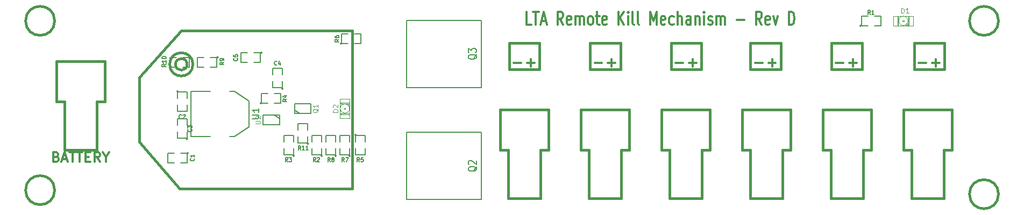
<source format=gto>
G04 (created by PCBNEW (2013-06-11 BZR 4021)-stable) date Tue 16 Jul 2013 06:26:29 PM CDT*
%MOIN*%
G04 Gerber Fmt 3.4, Leading zero omitted, Abs format*
%FSLAX34Y34*%
G01*
G70*
G90*
G04 APERTURE LIST*
%ADD10C,0.00590551*%
%ADD11C,0.012*%
%ADD12C,0.015*%
%ADD13C,0.005*%
%ADD14C,0.008*%
%ADD15C,0.0026*%
%ADD16C,0.004*%
%ADD17C,0.00787402*%
%ADD18C,0.003*%
%ADD19C,0.0035*%
G04 APERTURE END LIST*
G54D10*
G54D11*
X43439Y-27243D02*
X43154Y-27243D01*
X43154Y-26443D01*
X43554Y-26443D02*
X43897Y-26443D01*
X43725Y-27243D02*
X43725Y-26443D01*
X44068Y-27015D02*
X44354Y-27015D01*
X44011Y-27243D02*
X44211Y-26443D01*
X44411Y-27243D01*
X45411Y-27243D02*
X45211Y-26862D01*
X45068Y-27243D02*
X45068Y-26443D01*
X45297Y-26443D01*
X45354Y-26481D01*
X45382Y-26520D01*
X45411Y-26596D01*
X45411Y-26710D01*
X45382Y-26786D01*
X45354Y-26824D01*
X45297Y-26862D01*
X45068Y-26862D01*
X45897Y-27205D02*
X45840Y-27243D01*
X45725Y-27243D01*
X45668Y-27205D01*
X45640Y-27129D01*
X45640Y-26824D01*
X45668Y-26748D01*
X45725Y-26710D01*
X45840Y-26710D01*
X45897Y-26748D01*
X45925Y-26824D01*
X45925Y-26900D01*
X45640Y-26977D01*
X46182Y-27243D02*
X46182Y-26710D01*
X46182Y-26786D02*
X46211Y-26748D01*
X46268Y-26710D01*
X46354Y-26710D01*
X46411Y-26748D01*
X46440Y-26824D01*
X46440Y-27243D01*
X46440Y-26824D02*
X46468Y-26748D01*
X46525Y-26710D01*
X46611Y-26710D01*
X46668Y-26748D01*
X46697Y-26824D01*
X46697Y-27243D01*
X47068Y-27243D02*
X47011Y-27205D01*
X46982Y-27167D01*
X46954Y-27091D01*
X46954Y-26862D01*
X46982Y-26786D01*
X47011Y-26748D01*
X47068Y-26710D01*
X47154Y-26710D01*
X47211Y-26748D01*
X47240Y-26786D01*
X47268Y-26862D01*
X47268Y-27091D01*
X47240Y-27167D01*
X47211Y-27205D01*
X47154Y-27243D01*
X47068Y-27243D01*
X47440Y-26710D02*
X47668Y-26710D01*
X47525Y-26443D02*
X47525Y-27129D01*
X47554Y-27205D01*
X47611Y-27243D01*
X47668Y-27243D01*
X48097Y-27205D02*
X48040Y-27243D01*
X47925Y-27243D01*
X47868Y-27205D01*
X47840Y-27129D01*
X47840Y-26824D01*
X47868Y-26748D01*
X47925Y-26710D01*
X48040Y-26710D01*
X48097Y-26748D01*
X48125Y-26824D01*
X48125Y-26900D01*
X47840Y-26977D01*
X48840Y-27243D02*
X48840Y-26443D01*
X49182Y-27243D02*
X48925Y-26786D01*
X49182Y-26443D02*
X48840Y-26900D01*
X49440Y-27243D02*
X49440Y-26710D01*
X49440Y-26443D02*
X49411Y-26481D01*
X49440Y-26520D01*
X49468Y-26481D01*
X49440Y-26443D01*
X49440Y-26520D01*
X49811Y-27243D02*
X49754Y-27205D01*
X49725Y-27129D01*
X49725Y-26443D01*
X50125Y-27243D02*
X50068Y-27205D01*
X50040Y-27129D01*
X50040Y-26443D01*
X50811Y-27243D02*
X50811Y-26443D01*
X51011Y-27015D01*
X51211Y-26443D01*
X51211Y-27243D01*
X51725Y-27205D02*
X51668Y-27243D01*
X51554Y-27243D01*
X51497Y-27205D01*
X51468Y-27129D01*
X51468Y-26824D01*
X51497Y-26748D01*
X51554Y-26710D01*
X51668Y-26710D01*
X51725Y-26748D01*
X51754Y-26824D01*
X51754Y-26900D01*
X51468Y-26977D01*
X52268Y-27205D02*
X52211Y-27243D01*
X52097Y-27243D01*
X52040Y-27205D01*
X52011Y-27167D01*
X51982Y-27091D01*
X51982Y-26862D01*
X52011Y-26786D01*
X52040Y-26748D01*
X52097Y-26710D01*
X52211Y-26710D01*
X52268Y-26748D01*
X52525Y-27243D02*
X52525Y-26443D01*
X52782Y-27243D02*
X52782Y-26824D01*
X52754Y-26748D01*
X52697Y-26710D01*
X52611Y-26710D01*
X52554Y-26748D01*
X52525Y-26786D01*
X53325Y-27243D02*
X53325Y-26824D01*
X53297Y-26748D01*
X53240Y-26710D01*
X53125Y-26710D01*
X53068Y-26748D01*
X53325Y-27205D02*
X53268Y-27243D01*
X53125Y-27243D01*
X53068Y-27205D01*
X53040Y-27129D01*
X53040Y-27053D01*
X53068Y-26977D01*
X53125Y-26939D01*
X53268Y-26939D01*
X53325Y-26900D01*
X53611Y-26710D02*
X53611Y-27243D01*
X53611Y-26786D02*
X53640Y-26748D01*
X53697Y-26710D01*
X53782Y-26710D01*
X53840Y-26748D01*
X53868Y-26824D01*
X53868Y-27243D01*
X54154Y-27243D02*
X54154Y-26710D01*
X54154Y-26443D02*
X54125Y-26481D01*
X54154Y-26520D01*
X54182Y-26481D01*
X54154Y-26443D01*
X54154Y-26520D01*
X54411Y-27205D02*
X54468Y-27243D01*
X54582Y-27243D01*
X54640Y-27205D01*
X54668Y-27129D01*
X54668Y-27091D01*
X54640Y-27015D01*
X54582Y-26977D01*
X54497Y-26977D01*
X54440Y-26939D01*
X54411Y-26862D01*
X54411Y-26824D01*
X54440Y-26748D01*
X54497Y-26710D01*
X54582Y-26710D01*
X54640Y-26748D01*
X54925Y-27243D02*
X54925Y-26710D01*
X54925Y-26786D02*
X54954Y-26748D01*
X55011Y-26710D01*
X55097Y-26710D01*
X55154Y-26748D01*
X55182Y-26824D01*
X55182Y-27243D01*
X55182Y-26824D02*
X55211Y-26748D01*
X55268Y-26710D01*
X55354Y-26710D01*
X55411Y-26748D01*
X55440Y-26824D01*
X55440Y-27243D01*
X56182Y-26939D02*
X56640Y-26939D01*
X57725Y-27243D02*
X57525Y-26862D01*
X57382Y-27243D02*
X57382Y-26443D01*
X57611Y-26443D01*
X57668Y-26481D01*
X57697Y-26520D01*
X57725Y-26596D01*
X57725Y-26710D01*
X57697Y-26786D01*
X57668Y-26824D01*
X57611Y-26862D01*
X57382Y-26862D01*
X58211Y-27205D02*
X58154Y-27243D01*
X58040Y-27243D01*
X57982Y-27205D01*
X57954Y-27129D01*
X57954Y-26824D01*
X57982Y-26748D01*
X58040Y-26710D01*
X58154Y-26710D01*
X58211Y-26748D01*
X58240Y-26824D01*
X58240Y-26900D01*
X57954Y-26977D01*
X58440Y-26710D02*
X58582Y-27243D01*
X58725Y-26710D01*
X59411Y-27243D02*
X59411Y-26443D01*
X59554Y-26443D01*
X59640Y-26481D01*
X59697Y-26558D01*
X59725Y-26634D01*
X59754Y-26786D01*
X59754Y-26900D01*
X59725Y-27053D01*
X59697Y-27129D01*
X59640Y-27205D01*
X59554Y-27243D01*
X59411Y-27243D01*
G54D12*
X13900Y-37500D02*
G75*
G03X13900Y-37500I-900J0D01*
G74*
G01*
X13900Y-27000D02*
G75*
G03X13900Y-27000I-900J0D01*
G74*
G01*
X72400Y-27000D02*
G75*
G03X72400Y-27000I-900J0D01*
G74*
G01*
X72400Y-37750D02*
G75*
G03X72400Y-37750I-900J0D01*
G74*
G01*
G54D13*
X27523Y-32850D02*
X27823Y-33050D01*
X26823Y-32850D02*
X27848Y-32850D01*
X27848Y-32850D02*
X27848Y-33450D01*
X27848Y-33450D02*
X26823Y-33450D01*
X26823Y-33450D02*
X26823Y-32850D01*
G54D14*
X23540Y-31360D02*
X22340Y-31360D01*
X22340Y-31360D02*
X22340Y-34160D01*
X22340Y-34160D02*
X23540Y-34160D01*
X24740Y-31360D02*
X25040Y-31360D01*
X25040Y-31360D02*
X25940Y-31960D01*
X25940Y-31960D02*
X25940Y-33560D01*
X25940Y-33560D02*
X25040Y-34160D01*
X25040Y-34160D02*
X24740Y-34160D01*
G54D13*
X63900Y-27300D02*
G75*
G03X63900Y-27300I-50J0D01*
G74*
G01*
X64300Y-27300D02*
X63900Y-27300D01*
X63900Y-27300D02*
X63900Y-26700D01*
X63900Y-26700D02*
X64300Y-26700D01*
X64700Y-26700D02*
X65100Y-26700D01*
X65100Y-26700D02*
X65100Y-27300D01*
X65100Y-27300D02*
X64700Y-27300D01*
X22200Y-35200D02*
G75*
G03X22200Y-35200I-50J0D01*
G74*
G01*
X21700Y-35200D02*
X22100Y-35200D01*
X22100Y-35200D02*
X22100Y-35800D01*
X22100Y-35800D02*
X21700Y-35800D01*
X21300Y-35800D02*
X20900Y-35800D01*
X20900Y-35800D02*
X20900Y-35200D01*
X20900Y-35200D02*
X21300Y-35200D01*
X30507Y-35374D02*
G75*
G03X30507Y-35374I-50J0D01*
G74*
G01*
X30457Y-34924D02*
X30457Y-35324D01*
X30457Y-35324D02*
X29857Y-35324D01*
X29857Y-35324D02*
X29857Y-34924D01*
X29857Y-34524D02*
X29857Y-34124D01*
X29857Y-34124D02*
X30457Y-34124D01*
X30457Y-34124D02*
X30457Y-34524D01*
X31374Y-35374D02*
G75*
G03X31374Y-35374I-50J0D01*
G74*
G01*
X31324Y-34924D02*
X31324Y-35324D01*
X31324Y-35324D02*
X30724Y-35324D01*
X30724Y-35324D02*
X30724Y-34924D01*
X30724Y-34524D02*
X30724Y-34124D01*
X30724Y-34124D02*
X31324Y-34124D01*
X31324Y-34124D02*
X31324Y-34524D01*
X28775Y-35374D02*
G75*
G03X28775Y-35374I-50J0D01*
G74*
G01*
X28725Y-34924D02*
X28725Y-35324D01*
X28725Y-35324D02*
X28125Y-35324D01*
X28125Y-35324D02*
X28125Y-34924D01*
X28125Y-34524D02*
X28125Y-34124D01*
X28125Y-34124D02*
X28725Y-34124D01*
X28725Y-34124D02*
X28725Y-34524D01*
X24046Y-29267D02*
G75*
G03X24046Y-29267I-50J0D01*
G74*
G01*
X23546Y-29267D02*
X23946Y-29267D01*
X23946Y-29267D02*
X23946Y-29867D01*
X23946Y-29867D02*
X23546Y-29867D01*
X23146Y-29867D02*
X22746Y-29867D01*
X22746Y-29867D02*
X22746Y-29267D01*
X22746Y-29267D02*
X23146Y-29267D01*
X26723Y-32111D02*
G75*
G03X26723Y-32111I-50J0D01*
G74*
G01*
X27123Y-32111D02*
X26723Y-32111D01*
X26723Y-32111D02*
X26723Y-31511D01*
X26723Y-31511D02*
X27123Y-31511D01*
X27523Y-31511D02*
X27923Y-31511D01*
X27923Y-31511D02*
X27923Y-32111D01*
X27923Y-32111D02*
X27523Y-32111D01*
X22354Y-29267D02*
G75*
G03X22354Y-29267I-50J0D01*
G74*
G01*
X21854Y-29267D02*
X22254Y-29267D01*
X22254Y-29267D02*
X22254Y-29867D01*
X22254Y-29867D02*
X21854Y-29867D01*
X21454Y-29867D02*
X21054Y-29867D01*
X21054Y-29867D02*
X21054Y-29267D01*
X21054Y-29267D02*
X21454Y-29267D01*
X32585Y-34074D02*
G75*
G03X32585Y-34074I-50J0D01*
G74*
G01*
X32535Y-34524D02*
X32535Y-34124D01*
X32535Y-34124D02*
X33135Y-34124D01*
X33135Y-34124D02*
X33135Y-34524D01*
X33135Y-34924D02*
X33135Y-35324D01*
X33135Y-35324D02*
X32535Y-35324D01*
X32535Y-35324D02*
X32535Y-34924D01*
X28067Y-31201D02*
G75*
G03X28067Y-31201I-50J0D01*
G74*
G01*
X28017Y-30751D02*
X28017Y-31151D01*
X28017Y-31151D02*
X27417Y-31151D01*
X27417Y-31151D02*
X27417Y-30751D01*
X27417Y-30351D02*
X27417Y-29951D01*
X27417Y-29951D02*
X28017Y-29951D01*
X28017Y-29951D02*
X28017Y-30351D01*
X31683Y-28410D02*
G75*
G03X31683Y-28410I-50J0D01*
G74*
G01*
X32083Y-28410D02*
X31683Y-28410D01*
X31683Y-28410D02*
X31683Y-27810D01*
X31683Y-27810D02*
X32083Y-27810D01*
X32483Y-27810D02*
X32883Y-27810D01*
X32883Y-27810D02*
X32883Y-28410D01*
X32883Y-28410D02*
X32483Y-28410D01*
X32240Y-35374D02*
G75*
G03X32240Y-35374I-50J0D01*
G74*
G01*
X32190Y-34924D02*
X32190Y-35324D01*
X32190Y-35324D02*
X31590Y-35324D01*
X31590Y-35324D02*
X31590Y-34924D01*
X31590Y-34524D02*
X31590Y-34124D01*
X31590Y-34124D02*
X32190Y-34124D01*
X32190Y-34124D02*
X32190Y-34524D01*
X21560Y-31370D02*
G75*
G03X21560Y-31370I-50J0D01*
G74*
G01*
X21510Y-31820D02*
X21510Y-31420D01*
X21510Y-31420D02*
X22110Y-31420D01*
X22110Y-31420D02*
X22110Y-31820D01*
X22110Y-32220D02*
X22110Y-32620D01*
X22110Y-32620D02*
X21510Y-32620D01*
X21510Y-32620D02*
X21510Y-32220D01*
X22150Y-34330D02*
G75*
G03X22150Y-34330I-50J0D01*
G74*
G01*
X22100Y-33880D02*
X22100Y-34280D01*
X22100Y-34280D02*
X21500Y-34280D01*
X21500Y-34280D02*
X21500Y-33880D01*
X21500Y-33480D02*
X21500Y-33080D01*
X21500Y-33080D02*
X22100Y-33080D01*
X22100Y-33080D02*
X22100Y-33480D01*
G54D15*
X31929Y-32480D02*
X31929Y-32402D01*
X31929Y-32402D02*
X31851Y-32402D01*
X31851Y-32480D02*
X31851Y-32402D01*
X31929Y-32480D02*
X31851Y-32480D01*
X32165Y-32264D02*
X32165Y-32127D01*
X32165Y-32127D02*
X32067Y-32127D01*
X32067Y-32264D02*
X32067Y-32127D01*
X32165Y-32264D02*
X32067Y-32264D01*
X32165Y-32127D02*
X32165Y-32087D01*
X32165Y-32087D02*
X31694Y-32087D01*
X31694Y-32127D02*
X31694Y-32087D01*
X32165Y-32127D02*
X31694Y-32127D01*
X31674Y-32127D02*
X31674Y-32087D01*
X31674Y-32087D02*
X31615Y-32087D01*
X31615Y-32127D02*
X31615Y-32087D01*
X31674Y-32127D02*
X31615Y-32127D01*
X32165Y-32795D02*
X32165Y-32755D01*
X32165Y-32755D02*
X31694Y-32755D01*
X31694Y-32795D02*
X31694Y-32755D01*
X32165Y-32795D02*
X31694Y-32795D01*
X31674Y-32795D02*
X31674Y-32755D01*
X31674Y-32755D02*
X31615Y-32755D01*
X31615Y-32795D02*
X31615Y-32755D01*
X31674Y-32795D02*
X31615Y-32795D01*
X32165Y-32264D02*
X32165Y-32205D01*
X32165Y-32205D02*
X32067Y-32205D01*
X32067Y-32264D02*
X32067Y-32205D01*
X32165Y-32264D02*
X32067Y-32264D01*
G54D16*
X32185Y-31831D02*
X32185Y-33051D01*
X32185Y-33051D02*
X31595Y-33051D01*
X31595Y-33051D02*
X31595Y-31831D01*
X31595Y-31831D02*
X32185Y-31831D01*
X32086Y-32656D02*
G75*
G03X32085Y-32224I-196J215D01*
G74*
G01*
X31693Y-32656D02*
G75*
G03X32085Y-32657I196J215D01*
G74*
G01*
X31693Y-32225D02*
G75*
G03X31694Y-32657I196J-215D01*
G74*
G01*
X32086Y-32225D02*
G75*
G03X31694Y-32224I-196J-215D01*
G74*
G01*
G54D15*
X66461Y-27039D02*
X66539Y-27039D01*
X66539Y-27039D02*
X66539Y-26961D01*
X66461Y-26961D02*
X66539Y-26961D01*
X66461Y-27039D02*
X66461Y-26961D01*
X66677Y-27275D02*
X66814Y-27275D01*
X66814Y-27275D02*
X66814Y-27177D01*
X66677Y-27177D02*
X66814Y-27177D01*
X66677Y-27275D02*
X66677Y-27177D01*
X66814Y-27275D02*
X66854Y-27275D01*
X66854Y-27275D02*
X66854Y-26804D01*
X66814Y-26804D02*
X66854Y-26804D01*
X66814Y-27275D02*
X66814Y-26804D01*
X66814Y-26784D02*
X66854Y-26784D01*
X66854Y-26784D02*
X66854Y-26725D01*
X66814Y-26725D02*
X66854Y-26725D01*
X66814Y-26784D02*
X66814Y-26725D01*
X66146Y-27275D02*
X66186Y-27275D01*
X66186Y-27275D02*
X66186Y-26804D01*
X66146Y-26804D02*
X66186Y-26804D01*
X66146Y-27275D02*
X66146Y-26804D01*
X66146Y-26784D02*
X66186Y-26784D01*
X66186Y-26784D02*
X66186Y-26725D01*
X66146Y-26725D02*
X66186Y-26725D01*
X66146Y-26784D02*
X66146Y-26725D01*
X66677Y-27275D02*
X66736Y-27275D01*
X66736Y-27275D02*
X66736Y-27177D01*
X66677Y-27177D02*
X66736Y-27177D01*
X66677Y-27275D02*
X66677Y-27177D01*
G54D16*
X67110Y-27295D02*
X65890Y-27295D01*
X65890Y-27295D02*
X65890Y-26705D01*
X65890Y-26705D02*
X67110Y-26705D01*
X67110Y-26705D02*
X67110Y-27295D01*
X66284Y-27196D02*
G75*
G03X66716Y-27195I215J196D01*
G74*
G01*
X66284Y-26803D02*
G75*
G03X66283Y-27195I215J-196D01*
G74*
G01*
X66715Y-26803D02*
G75*
G03X66283Y-26804I-215J-196D01*
G74*
G01*
X66715Y-27196D02*
G75*
G03X66716Y-26804I-215J196D01*
G74*
G01*
G54D12*
X31950Y-27600D02*
X32350Y-27600D01*
X31950Y-37400D02*
X32350Y-37400D01*
X31250Y-37400D02*
X31950Y-37400D01*
X31250Y-27600D02*
X31950Y-27600D01*
X22110Y-29700D02*
G75*
G03X22110Y-29700I-360J0D01*
G74*
G01*
X22471Y-29700D02*
G75*
G03X22471Y-29700I-721J0D01*
G74*
G01*
X32350Y-36500D02*
X32350Y-37400D01*
X19150Y-30500D02*
X21750Y-27600D01*
X32350Y-28000D02*
X32350Y-27600D01*
X32350Y-36500D02*
X32350Y-28000D01*
X31250Y-37400D02*
X21650Y-37400D01*
X21750Y-27600D02*
X31250Y-27600D01*
X21650Y-37400D02*
X19150Y-34500D01*
X19150Y-34500D02*
X19150Y-30500D01*
X43957Y-30020D02*
X42067Y-30020D01*
X42067Y-28366D02*
X43957Y-28366D01*
X43957Y-28366D02*
X43957Y-30020D01*
X42067Y-28366D02*
X42067Y-30020D01*
X48976Y-30020D02*
X47086Y-30020D01*
X47086Y-28366D02*
X48976Y-28366D01*
X48976Y-28366D02*
X48976Y-30020D01*
X47086Y-28366D02*
X47086Y-30020D01*
X53996Y-30020D02*
X52106Y-30020D01*
X52106Y-28366D02*
X53996Y-28366D01*
X53996Y-28366D02*
X53996Y-30020D01*
X52106Y-28366D02*
X52106Y-30020D01*
X63937Y-30020D02*
X62047Y-30020D01*
X62047Y-28366D02*
X63937Y-28366D01*
X63937Y-28366D02*
X63937Y-30020D01*
X62047Y-28366D02*
X62047Y-30020D01*
X69055Y-30020D02*
X67165Y-30020D01*
X67165Y-28366D02*
X69055Y-28366D01*
X69055Y-28366D02*
X69055Y-30020D01*
X67165Y-28366D02*
X67165Y-30020D01*
X58917Y-30020D02*
X57027Y-30020D01*
X57027Y-28366D02*
X58917Y-28366D01*
X58917Y-28366D02*
X58917Y-30020D01*
X57027Y-28366D02*
X57027Y-30020D01*
G54D13*
X29091Y-32741D02*
X28791Y-32541D01*
X29791Y-32741D02*
X28766Y-32741D01*
X28766Y-32741D02*
X28766Y-32141D01*
X28766Y-32141D02*
X29791Y-32141D01*
X29791Y-32141D02*
X29791Y-32741D01*
G54D12*
X66500Y-35000D02*
X66500Y-32500D01*
X66500Y-32500D02*
X69500Y-32500D01*
X69500Y-32500D02*
X69500Y-35000D01*
X69500Y-35000D02*
X69000Y-35000D01*
X69000Y-35000D02*
X69000Y-38000D01*
X69000Y-38000D02*
X67000Y-38000D01*
X67000Y-38000D02*
X67000Y-35000D01*
X67000Y-35000D02*
X66500Y-35000D01*
X14000Y-32000D02*
X14000Y-29500D01*
X14000Y-29500D02*
X17000Y-29500D01*
X17000Y-29500D02*
X17000Y-32000D01*
X17000Y-32000D02*
X16500Y-32000D01*
X16500Y-32000D02*
X16500Y-35000D01*
X16500Y-35000D02*
X14500Y-35000D01*
X14500Y-35000D02*
X14500Y-32000D01*
X14500Y-32000D02*
X14000Y-32000D01*
X61500Y-35000D02*
X61500Y-32500D01*
X61500Y-32500D02*
X64500Y-32500D01*
X64500Y-32500D02*
X64500Y-35000D01*
X64500Y-35000D02*
X64000Y-35000D01*
X64000Y-35000D02*
X64000Y-38000D01*
X64000Y-38000D02*
X62000Y-38000D01*
X62000Y-38000D02*
X62000Y-35000D01*
X62000Y-35000D02*
X61500Y-35000D01*
X51500Y-35000D02*
X51500Y-32500D01*
X51500Y-32500D02*
X54500Y-32500D01*
X54500Y-32500D02*
X54500Y-35000D01*
X54500Y-35000D02*
X54000Y-35000D01*
X54000Y-35000D02*
X54000Y-38000D01*
X54000Y-38000D02*
X52000Y-38000D01*
X52000Y-38000D02*
X52000Y-35000D01*
X52000Y-35000D02*
X51500Y-35000D01*
X46500Y-35000D02*
X46500Y-32500D01*
X46500Y-32500D02*
X49500Y-32500D01*
X49500Y-32500D02*
X49500Y-35000D01*
X49500Y-35000D02*
X49000Y-35000D01*
X49000Y-35000D02*
X49000Y-38000D01*
X49000Y-38000D02*
X47000Y-38000D01*
X47000Y-38000D02*
X47000Y-35000D01*
X47000Y-35000D02*
X46500Y-35000D01*
X41500Y-35000D02*
X41500Y-32500D01*
X41500Y-32500D02*
X44500Y-32500D01*
X44500Y-32500D02*
X44500Y-35000D01*
X44500Y-35000D02*
X44000Y-35000D01*
X44000Y-35000D02*
X44000Y-38000D01*
X44000Y-38000D02*
X42000Y-38000D01*
X42000Y-38000D02*
X42000Y-35000D01*
X42000Y-35000D02*
X41500Y-35000D01*
X56500Y-35000D02*
X56500Y-32500D01*
X56500Y-32500D02*
X59500Y-32500D01*
X59500Y-32500D02*
X59500Y-35000D01*
X59500Y-35000D02*
X59000Y-35000D01*
X59000Y-35000D02*
X59000Y-38000D01*
X59000Y-38000D02*
X57000Y-38000D01*
X57000Y-38000D02*
X57000Y-35000D01*
X57000Y-35000D02*
X56500Y-35000D01*
G54D13*
X29641Y-34626D02*
G75*
G03X29641Y-34626I-50J0D01*
G74*
G01*
X29591Y-34176D02*
X29591Y-34576D01*
X29591Y-34576D02*
X28991Y-34576D01*
X28991Y-34576D02*
X28991Y-34176D01*
X28991Y-33776D02*
X28991Y-33376D01*
X28991Y-33376D02*
X29591Y-33376D01*
X29591Y-33376D02*
X29591Y-33776D01*
X26763Y-28972D02*
G75*
G03X26763Y-28972I-50J0D01*
G74*
G01*
X26263Y-28972D02*
X26663Y-28972D01*
X26663Y-28972D02*
X26663Y-29572D01*
X26663Y-29572D02*
X26263Y-29572D01*
X25863Y-29572D02*
X25463Y-29572D01*
X25463Y-29572D02*
X25463Y-28972D01*
X25463Y-28972D02*
X25863Y-28972D01*
G54D17*
X35730Y-33903D02*
X35730Y-38076D01*
X35730Y-38076D02*
X40336Y-38076D01*
X40336Y-38076D02*
X40336Y-33903D01*
X40336Y-33903D02*
X35730Y-33903D01*
X35730Y-26963D02*
X35730Y-31136D01*
X35730Y-31136D02*
X40336Y-31136D01*
X40336Y-31136D02*
X40336Y-26963D01*
X40336Y-26963D02*
X35730Y-26963D01*
G54D18*
X26357Y-33378D02*
X26600Y-33378D01*
X26628Y-33364D01*
X26643Y-33350D01*
X26657Y-33321D01*
X26657Y-33264D01*
X26643Y-33235D01*
X26628Y-33221D01*
X26600Y-33207D01*
X26357Y-33207D01*
X26386Y-33078D02*
X26371Y-33064D01*
X26357Y-33035D01*
X26357Y-32964D01*
X26371Y-32935D01*
X26386Y-32921D01*
X26414Y-32907D01*
X26443Y-32907D01*
X26486Y-32921D01*
X26657Y-33092D01*
X26657Y-32907D01*
G54D14*
X26151Y-33064D02*
X26475Y-33064D01*
X26513Y-33045D01*
X26532Y-33026D01*
X26551Y-32988D01*
X26551Y-32912D01*
X26532Y-32874D01*
X26513Y-32855D01*
X26475Y-32836D01*
X26151Y-32836D01*
X26551Y-32436D02*
X26551Y-32664D01*
X26551Y-32550D02*
X26151Y-32550D01*
X26209Y-32588D01*
X26247Y-32626D01*
X26266Y-32664D01*
G54D13*
X64458Y-26601D02*
X64375Y-26482D01*
X64315Y-26601D02*
X64315Y-26351D01*
X64410Y-26351D01*
X64434Y-26363D01*
X64446Y-26375D01*
X64458Y-26398D01*
X64458Y-26434D01*
X64446Y-26458D01*
X64434Y-26470D01*
X64410Y-26482D01*
X64315Y-26482D01*
X64696Y-26601D02*
X64553Y-26601D01*
X64625Y-26601D02*
X64625Y-26351D01*
X64601Y-26386D01*
X64577Y-26410D01*
X64553Y-26422D01*
X22538Y-35533D02*
X22550Y-35545D01*
X22562Y-35581D01*
X22562Y-35605D01*
X22550Y-35640D01*
X22526Y-35664D01*
X22502Y-35676D01*
X22455Y-35688D01*
X22419Y-35688D01*
X22371Y-35676D01*
X22347Y-35664D01*
X22324Y-35640D01*
X22312Y-35605D01*
X22312Y-35581D01*
X22324Y-35545D01*
X22336Y-35533D01*
X22562Y-35295D02*
X22562Y-35438D01*
X22562Y-35367D02*
X22312Y-35367D01*
X22347Y-35390D01*
X22371Y-35414D01*
X22383Y-35438D01*
X30076Y-35730D02*
X29993Y-35611D01*
X29933Y-35730D02*
X29933Y-35480D01*
X30028Y-35480D01*
X30052Y-35492D01*
X30064Y-35504D01*
X30076Y-35527D01*
X30076Y-35563D01*
X30064Y-35587D01*
X30052Y-35599D01*
X30028Y-35611D01*
X29933Y-35611D01*
X30171Y-35504D02*
X30183Y-35492D01*
X30207Y-35480D01*
X30266Y-35480D01*
X30290Y-35492D01*
X30302Y-35504D01*
X30314Y-35527D01*
X30314Y-35551D01*
X30302Y-35587D01*
X30159Y-35730D01*
X30314Y-35730D01*
X30982Y-35731D02*
X30899Y-35612D01*
X30839Y-35731D02*
X30839Y-35481D01*
X30934Y-35481D01*
X30958Y-35493D01*
X30970Y-35505D01*
X30982Y-35528D01*
X30982Y-35564D01*
X30970Y-35588D01*
X30958Y-35600D01*
X30934Y-35612D01*
X30839Y-35612D01*
X31125Y-35588D02*
X31101Y-35576D01*
X31089Y-35564D01*
X31077Y-35540D01*
X31077Y-35528D01*
X31089Y-35505D01*
X31101Y-35493D01*
X31125Y-35481D01*
X31172Y-35481D01*
X31196Y-35493D01*
X31208Y-35505D01*
X31220Y-35528D01*
X31220Y-35540D01*
X31208Y-35564D01*
X31196Y-35576D01*
X31172Y-35588D01*
X31125Y-35588D01*
X31101Y-35600D01*
X31089Y-35612D01*
X31077Y-35635D01*
X31077Y-35683D01*
X31089Y-35707D01*
X31101Y-35719D01*
X31125Y-35731D01*
X31172Y-35731D01*
X31196Y-35719D01*
X31208Y-35707D01*
X31220Y-35683D01*
X31220Y-35635D01*
X31208Y-35612D01*
X31196Y-35600D01*
X31172Y-35588D01*
X28343Y-35730D02*
X28260Y-35611D01*
X28200Y-35730D02*
X28200Y-35480D01*
X28295Y-35480D01*
X28319Y-35492D01*
X28331Y-35504D01*
X28343Y-35527D01*
X28343Y-35563D01*
X28331Y-35587D01*
X28319Y-35599D01*
X28295Y-35611D01*
X28200Y-35611D01*
X28426Y-35480D02*
X28581Y-35480D01*
X28498Y-35575D01*
X28533Y-35575D01*
X28557Y-35587D01*
X28569Y-35599D01*
X28581Y-35623D01*
X28581Y-35682D01*
X28569Y-35706D01*
X28557Y-35718D01*
X28533Y-35730D01*
X28462Y-35730D01*
X28438Y-35718D01*
X28426Y-35706D01*
X24392Y-29569D02*
X24273Y-29652D01*
X24392Y-29712D02*
X24142Y-29712D01*
X24142Y-29616D01*
X24154Y-29593D01*
X24166Y-29581D01*
X24190Y-29569D01*
X24225Y-29569D01*
X24249Y-29581D01*
X24261Y-29593D01*
X24273Y-29616D01*
X24273Y-29712D01*
X24392Y-29450D02*
X24392Y-29402D01*
X24380Y-29378D01*
X24368Y-29366D01*
X24333Y-29343D01*
X24285Y-29331D01*
X24190Y-29331D01*
X24166Y-29343D01*
X24154Y-29354D01*
X24142Y-29378D01*
X24142Y-29426D01*
X24154Y-29450D01*
X24166Y-29462D01*
X24190Y-29473D01*
X24249Y-29473D01*
X24273Y-29462D01*
X24285Y-29450D01*
X24297Y-29426D01*
X24297Y-29378D01*
X24285Y-29354D01*
X24273Y-29343D01*
X24249Y-29331D01*
X28290Y-31852D02*
X28171Y-31936D01*
X28290Y-31995D02*
X28040Y-31995D01*
X28040Y-31900D01*
X28052Y-31876D01*
X28064Y-31864D01*
X28087Y-31852D01*
X28123Y-31852D01*
X28147Y-31864D01*
X28159Y-31876D01*
X28171Y-31900D01*
X28171Y-31995D01*
X28123Y-31638D02*
X28290Y-31638D01*
X28028Y-31697D02*
X28206Y-31757D01*
X28206Y-31602D01*
X20809Y-29688D02*
X20690Y-29771D01*
X20809Y-29831D02*
X20559Y-29831D01*
X20559Y-29735D01*
X20571Y-29712D01*
X20583Y-29700D01*
X20607Y-29688D01*
X20643Y-29688D01*
X20666Y-29700D01*
X20678Y-29712D01*
X20690Y-29735D01*
X20690Y-29831D01*
X20809Y-29450D02*
X20809Y-29593D01*
X20809Y-29521D02*
X20559Y-29521D01*
X20595Y-29545D01*
X20619Y-29569D01*
X20631Y-29593D01*
X20559Y-29295D02*
X20559Y-29271D01*
X20571Y-29247D01*
X20583Y-29235D01*
X20607Y-29223D01*
X20655Y-29212D01*
X20714Y-29212D01*
X20762Y-29223D01*
X20786Y-29235D01*
X20797Y-29247D01*
X20809Y-29271D01*
X20809Y-29295D01*
X20797Y-29319D01*
X20786Y-29331D01*
X20762Y-29343D01*
X20714Y-29354D01*
X20655Y-29354D01*
X20607Y-29343D01*
X20583Y-29331D01*
X20571Y-29319D01*
X20559Y-29295D01*
X32793Y-35731D02*
X32710Y-35612D01*
X32650Y-35731D02*
X32650Y-35481D01*
X32745Y-35481D01*
X32769Y-35493D01*
X32781Y-35505D01*
X32793Y-35528D01*
X32793Y-35564D01*
X32781Y-35588D01*
X32769Y-35600D01*
X32745Y-35612D01*
X32650Y-35612D01*
X33019Y-35481D02*
X32900Y-35481D01*
X32888Y-35600D01*
X32900Y-35588D01*
X32924Y-35576D01*
X32983Y-35576D01*
X33007Y-35588D01*
X33019Y-35600D01*
X33031Y-35624D01*
X33031Y-35683D01*
X33019Y-35707D01*
X33007Y-35719D01*
X32983Y-35731D01*
X32924Y-35731D01*
X32900Y-35719D01*
X32888Y-35707D01*
X27675Y-29723D02*
X27663Y-29735D01*
X27627Y-29747D01*
X27603Y-29747D01*
X27568Y-29735D01*
X27544Y-29711D01*
X27532Y-29687D01*
X27520Y-29640D01*
X27520Y-29604D01*
X27532Y-29556D01*
X27544Y-29532D01*
X27568Y-29509D01*
X27603Y-29497D01*
X27627Y-29497D01*
X27663Y-29509D01*
X27675Y-29521D01*
X27889Y-29580D02*
X27889Y-29747D01*
X27830Y-29485D02*
X27770Y-29663D01*
X27925Y-29663D01*
X31518Y-28151D02*
X31399Y-28235D01*
X31518Y-28294D02*
X31268Y-28294D01*
X31268Y-28199D01*
X31280Y-28175D01*
X31292Y-28163D01*
X31315Y-28151D01*
X31351Y-28151D01*
X31375Y-28163D01*
X31387Y-28175D01*
X31399Y-28199D01*
X31399Y-28294D01*
X31268Y-27937D02*
X31268Y-27985D01*
X31280Y-28008D01*
X31292Y-28020D01*
X31327Y-28044D01*
X31375Y-28056D01*
X31470Y-28056D01*
X31494Y-28044D01*
X31506Y-28032D01*
X31518Y-28008D01*
X31518Y-27961D01*
X31506Y-27937D01*
X31494Y-27925D01*
X31470Y-27913D01*
X31411Y-27913D01*
X31387Y-27925D01*
X31375Y-27937D01*
X31363Y-27961D01*
X31363Y-28008D01*
X31375Y-28032D01*
X31387Y-28044D01*
X31411Y-28056D01*
X31848Y-35731D02*
X31765Y-35612D01*
X31705Y-35731D02*
X31705Y-35481D01*
X31800Y-35481D01*
X31824Y-35493D01*
X31836Y-35505D01*
X31848Y-35528D01*
X31848Y-35564D01*
X31836Y-35588D01*
X31824Y-35600D01*
X31800Y-35612D01*
X31705Y-35612D01*
X31931Y-35481D02*
X32098Y-35481D01*
X31991Y-35731D01*
X21768Y-33042D02*
X21756Y-33054D01*
X21720Y-33066D01*
X21696Y-33066D01*
X21661Y-33054D01*
X21637Y-33030D01*
X21625Y-33006D01*
X21613Y-32959D01*
X21613Y-32923D01*
X21625Y-32875D01*
X21637Y-32851D01*
X21661Y-32828D01*
X21696Y-32816D01*
X21720Y-32816D01*
X21756Y-32828D01*
X21768Y-32840D01*
X21863Y-32840D02*
X21875Y-32828D01*
X21899Y-32816D01*
X21958Y-32816D01*
X21982Y-32828D01*
X21994Y-32840D01*
X22006Y-32863D01*
X22006Y-32887D01*
X21994Y-32923D01*
X21851Y-33066D01*
X22006Y-33066D01*
X22377Y-33721D02*
X22389Y-33733D01*
X22401Y-33769D01*
X22401Y-33793D01*
X22389Y-33828D01*
X22365Y-33852D01*
X22341Y-33864D01*
X22294Y-33876D01*
X22258Y-33876D01*
X22210Y-33864D01*
X22186Y-33852D01*
X22163Y-33828D01*
X22151Y-33793D01*
X22151Y-33769D01*
X22163Y-33733D01*
X22175Y-33721D01*
X22151Y-33638D02*
X22151Y-33483D01*
X22246Y-33566D01*
X22246Y-33531D01*
X22258Y-33507D01*
X22270Y-33495D01*
X22294Y-33483D01*
X22353Y-33483D01*
X22377Y-33495D01*
X22389Y-33507D01*
X22401Y-33531D01*
X22401Y-33602D01*
X22389Y-33626D01*
X22377Y-33638D01*
G54D19*
X31460Y-32662D02*
X31160Y-32662D01*
X31160Y-32591D01*
X31174Y-32548D01*
X31203Y-32519D01*
X31231Y-32505D01*
X31289Y-32491D01*
X31331Y-32491D01*
X31389Y-32505D01*
X31417Y-32519D01*
X31446Y-32548D01*
X31460Y-32591D01*
X31460Y-32662D01*
X31189Y-32376D02*
X31174Y-32362D01*
X31160Y-32333D01*
X31160Y-32262D01*
X31174Y-32233D01*
X31189Y-32219D01*
X31217Y-32205D01*
X31246Y-32205D01*
X31289Y-32219D01*
X31460Y-32391D01*
X31460Y-32205D01*
X66378Y-26521D02*
X66378Y-26221D01*
X66450Y-26221D01*
X66492Y-26235D01*
X66521Y-26264D01*
X66535Y-26292D01*
X66550Y-26350D01*
X66550Y-26392D01*
X66535Y-26450D01*
X66521Y-26478D01*
X66492Y-26507D01*
X66450Y-26521D01*
X66378Y-26521D01*
X66835Y-26521D02*
X66664Y-26521D01*
X66750Y-26521D02*
X66750Y-26221D01*
X66721Y-26264D01*
X66692Y-26292D01*
X66664Y-26307D01*
G54D11*
X42350Y-29601D02*
X42807Y-29601D01*
X43177Y-29601D02*
X43634Y-29601D01*
X43406Y-29829D02*
X43406Y-29372D01*
X47369Y-29601D02*
X47826Y-29601D01*
X48196Y-29601D02*
X48653Y-29601D01*
X48425Y-29829D02*
X48425Y-29372D01*
X52389Y-29601D02*
X52846Y-29601D01*
X53216Y-29601D02*
X53673Y-29601D01*
X53445Y-29829D02*
X53445Y-29372D01*
X62330Y-29601D02*
X62787Y-29601D01*
X63157Y-29601D02*
X63614Y-29601D01*
X63386Y-29829D02*
X63386Y-29372D01*
X67448Y-29601D02*
X67905Y-29601D01*
X68275Y-29601D02*
X68732Y-29601D01*
X68504Y-29829D02*
X68504Y-29372D01*
X57310Y-29601D02*
X57767Y-29601D01*
X58137Y-29601D02*
X58594Y-29601D01*
X58366Y-29829D02*
X58366Y-29372D01*
G54D18*
X30228Y-32469D02*
X30213Y-32498D01*
X30185Y-32526D01*
X30142Y-32569D01*
X30128Y-32598D01*
X30128Y-32626D01*
X30199Y-32612D02*
X30185Y-32641D01*
X30156Y-32669D01*
X30099Y-32683D01*
X29999Y-32683D01*
X29942Y-32669D01*
X29913Y-32641D01*
X29899Y-32612D01*
X29899Y-32555D01*
X29913Y-32526D01*
X29942Y-32498D01*
X29999Y-32483D01*
X30099Y-32483D01*
X30156Y-32498D01*
X30185Y-32526D01*
X30199Y-32555D01*
X30199Y-32612D01*
X30199Y-32198D02*
X30199Y-32369D01*
X30199Y-32283D02*
X29899Y-32283D01*
X29942Y-32312D01*
X29970Y-32341D01*
X29985Y-32369D01*
G54D11*
X14000Y-35428D02*
X14085Y-35457D01*
X14114Y-35485D01*
X14142Y-35542D01*
X14142Y-35628D01*
X14114Y-35685D01*
X14085Y-35714D01*
X14028Y-35742D01*
X13800Y-35742D01*
X13800Y-35142D01*
X14000Y-35142D01*
X14057Y-35171D01*
X14085Y-35200D01*
X14114Y-35257D01*
X14114Y-35314D01*
X14085Y-35371D01*
X14057Y-35400D01*
X14000Y-35428D01*
X13800Y-35428D01*
X14371Y-35571D02*
X14657Y-35571D01*
X14314Y-35742D02*
X14514Y-35142D01*
X14714Y-35742D01*
X14828Y-35142D02*
X15171Y-35142D01*
X15000Y-35742D02*
X15000Y-35142D01*
X15285Y-35142D02*
X15628Y-35142D01*
X15457Y-35742D02*
X15457Y-35142D01*
X15828Y-35428D02*
X16028Y-35428D01*
X16114Y-35742D02*
X15828Y-35742D01*
X15828Y-35142D01*
X16114Y-35142D01*
X16714Y-35742D02*
X16514Y-35457D01*
X16371Y-35742D02*
X16371Y-35142D01*
X16600Y-35142D01*
X16657Y-35171D01*
X16685Y-35200D01*
X16714Y-35257D01*
X16714Y-35342D01*
X16685Y-35400D01*
X16657Y-35428D01*
X16600Y-35457D01*
X16371Y-35457D01*
X17085Y-35457D02*
X17085Y-35742D01*
X16885Y-35142D02*
X17085Y-35457D01*
X17285Y-35142D01*
G54D13*
X29150Y-35003D02*
X29066Y-34884D01*
X29007Y-35003D02*
X29007Y-34753D01*
X29102Y-34753D01*
X29126Y-34765D01*
X29138Y-34777D01*
X29150Y-34800D01*
X29150Y-34836D01*
X29138Y-34860D01*
X29126Y-34872D01*
X29102Y-34884D01*
X29007Y-34884D01*
X29388Y-35003D02*
X29245Y-35003D01*
X29316Y-35003D02*
X29316Y-34753D01*
X29293Y-34788D01*
X29269Y-34812D01*
X29245Y-34824D01*
X29626Y-35003D02*
X29483Y-35003D01*
X29555Y-35003D02*
X29555Y-34753D01*
X29531Y-34788D01*
X29507Y-34812D01*
X29483Y-34824D01*
X25215Y-29322D02*
X25227Y-29334D01*
X25239Y-29370D01*
X25239Y-29394D01*
X25227Y-29429D01*
X25203Y-29453D01*
X25179Y-29465D01*
X25132Y-29477D01*
X25096Y-29477D01*
X25048Y-29465D01*
X25024Y-29453D01*
X25001Y-29429D01*
X24989Y-29394D01*
X24989Y-29370D01*
X25001Y-29334D01*
X25013Y-29322D01*
X24989Y-29096D02*
X24989Y-29215D01*
X25108Y-29227D01*
X25096Y-29215D01*
X25084Y-29191D01*
X25084Y-29132D01*
X25096Y-29108D01*
X25108Y-29096D01*
X25132Y-29084D01*
X25191Y-29084D01*
X25215Y-29096D01*
X25227Y-29108D01*
X25239Y-29132D01*
X25239Y-29191D01*
X25227Y-29215D01*
X25215Y-29227D01*
G54D14*
X40080Y-36028D02*
X40056Y-36066D01*
X40008Y-36104D01*
X39937Y-36161D01*
X39913Y-36199D01*
X39913Y-36237D01*
X40032Y-36218D02*
X40008Y-36256D01*
X39960Y-36294D01*
X39865Y-36313D01*
X39699Y-36313D01*
X39603Y-36294D01*
X39556Y-36256D01*
X39532Y-36218D01*
X39532Y-36142D01*
X39556Y-36104D01*
X39603Y-36066D01*
X39699Y-36047D01*
X39865Y-36047D01*
X39960Y-36066D01*
X40008Y-36104D01*
X40032Y-36142D01*
X40032Y-36218D01*
X39580Y-35894D02*
X39556Y-35875D01*
X39532Y-35837D01*
X39532Y-35742D01*
X39556Y-35704D01*
X39580Y-35685D01*
X39627Y-35666D01*
X39675Y-35666D01*
X39746Y-35685D01*
X40032Y-35913D01*
X40032Y-35666D01*
X40080Y-29088D02*
X40056Y-29126D01*
X40008Y-29164D01*
X39937Y-29221D01*
X39913Y-29259D01*
X39913Y-29297D01*
X40032Y-29278D02*
X40008Y-29316D01*
X39960Y-29354D01*
X39865Y-29373D01*
X39699Y-29373D01*
X39603Y-29354D01*
X39556Y-29316D01*
X39532Y-29278D01*
X39532Y-29202D01*
X39556Y-29164D01*
X39603Y-29126D01*
X39699Y-29107D01*
X39865Y-29107D01*
X39960Y-29126D01*
X40008Y-29164D01*
X40032Y-29202D01*
X40032Y-29278D01*
X39532Y-28973D02*
X39532Y-28726D01*
X39722Y-28859D01*
X39722Y-28802D01*
X39746Y-28764D01*
X39770Y-28745D01*
X39818Y-28726D01*
X39937Y-28726D01*
X39984Y-28745D01*
X40008Y-28764D01*
X40032Y-28802D01*
X40032Y-28916D01*
X40008Y-28954D01*
X39984Y-28973D01*
M02*

</source>
